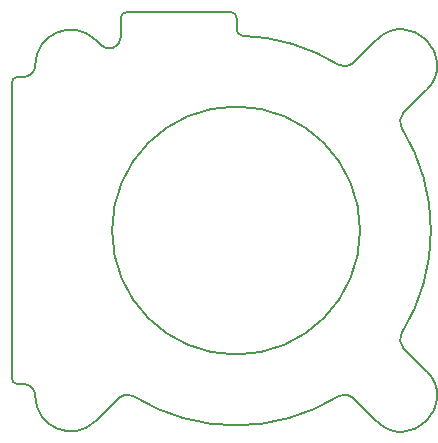
<source format=gbr>
%TF.GenerationSoftware,KiCad,Pcbnew,(6.0.7)*%
%TF.CreationDate,2022-10-21T23:46:11+08:00*%
%TF.ProjectId,pcb_middle,7063625f-6d69-4646-946c-652e6b696361,rev?*%
%TF.SameCoordinates,Original*%
%TF.FileFunction,Profile,NP*%
%FSLAX46Y46*%
G04 Gerber Fmt 4.6, Leading zero omitted, Abs format (unit mm)*
G04 Created by KiCad (PCBNEW (6.0.7)) date 2022-10-21 23:46:11*
%MOMM*%
%LPD*%
G01*
G04 APERTURE LIST*
%TA.AperFunction,Profile*%
%ADD10C,0.200000*%
%TD*%
G04 APERTURE END LIST*
D10*
X14025200Y-8691594D02*
G75*
G03*
X14025200Y8691593I-14025200J8691594D01*
G01*
X-16999999Y-14000000D02*
G75*
G03*
X-18000000Y-13000000I-1000001J-1D01*
G01*
X-19000000Y-12500001D02*
G75*
G03*
X-18500000Y-13000000I500001J2D01*
G01*
X-19000000Y12500000D02*
X-19000000Y-12500001D01*
X9925463Y-14168104D02*
X11878680Y-16121320D01*
X-11457108Y15699747D02*
X-11878680Y16121320D01*
X-9750000Y18000000D02*
X-9750000Y16406854D01*
X-9250000Y18500000D02*
G75*
G03*
X-9750000Y18000000I1J-500001D01*
G01*
X-11878680Y16121320D02*
G75*
G03*
X-17000000Y14000000I-2121321J-2121319D01*
G01*
X50001Y16991101D02*
G75*
G03*
X533824Y16491362I499989J-11D01*
G01*
X-11878680Y-16121320D02*
X-9925463Y-14168104D01*
X16121320Y11878680D02*
G75*
G03*
X11878680Y16121320I-2121320J2121320D01*
G01*
X8691595Y14025202D02*
G75*
G03*
X9925463Y14168104I526765J850008D01*
G01*
X49999Y18000000D02*
G75*
G03*
X-450000Y18500000I-500006J-6D01*
G01*
X-450000Y18500000D02*
X-9250000Y18500000D01*
X-17000000Y-14000000D02*
G75*
G03*
X-11878680Y-16121320I2999999J-2D01*
G01*
X8691592Y14025198D02*
G75*
G03*
X533824Y16491362I-8691582J-14025158D01*
G01*
X-11457108Y15699747D02*
G75*
G03*
X-9750000Y16406854I707107J707107D01*
G01*
X16121320Y-11878680D02*
X14168104Y-9925463D01*
X-8691593Y-14025199D02*
G75*
G03*
X-9925463Y-14168104I-526763J-850016D01*
G01*
X14025195Y-8691590D02*
G75*
G03*
X14168104Y-9925463I850035J-526760D01*
G01*
X-18000000Y12999999D02*
G75*
G03*
X-17000000Y14000000I-1J1000001D01*
G01*
X-18000000Y12999999D02*
X-18500000Y13000000D01*
X-8691593Y-14025199D02*
G75*
G03*
X8691593Y-14025200I8691594J14025194D01*
G01*
X-18500000Y-13000000D02*
X-18000000Y-13000000D01*
X11878680Y-16121320D02*
G75*
G03*
X16121320Y-11878680I2121320J2121320D01*
G01*
X50000Y16991101D02*
X49999Y18000000D01*
X11878680Y16121320D02*
X9925463Y14168104D01*
X10500000Y0D02*
G75*
G03*
X10500000Y0I-10500000J0D01*
G01*
X9925467Y-14168100D02*
G75*
G03*
X8691593Y-14025200I-707107J-707120D01*
G01*
X14168104Y9925463D02*
X16121320Y11878680D01*
X14168102Y9925465D02*
G75*
G03*
X14025200Y8691593I707098J-707105D01*
G01*
X-18500000Y13000000D02*
G75*
G03*
X-19000000Y12500000I1J-500001D01*
G01*
M02*

</source>
